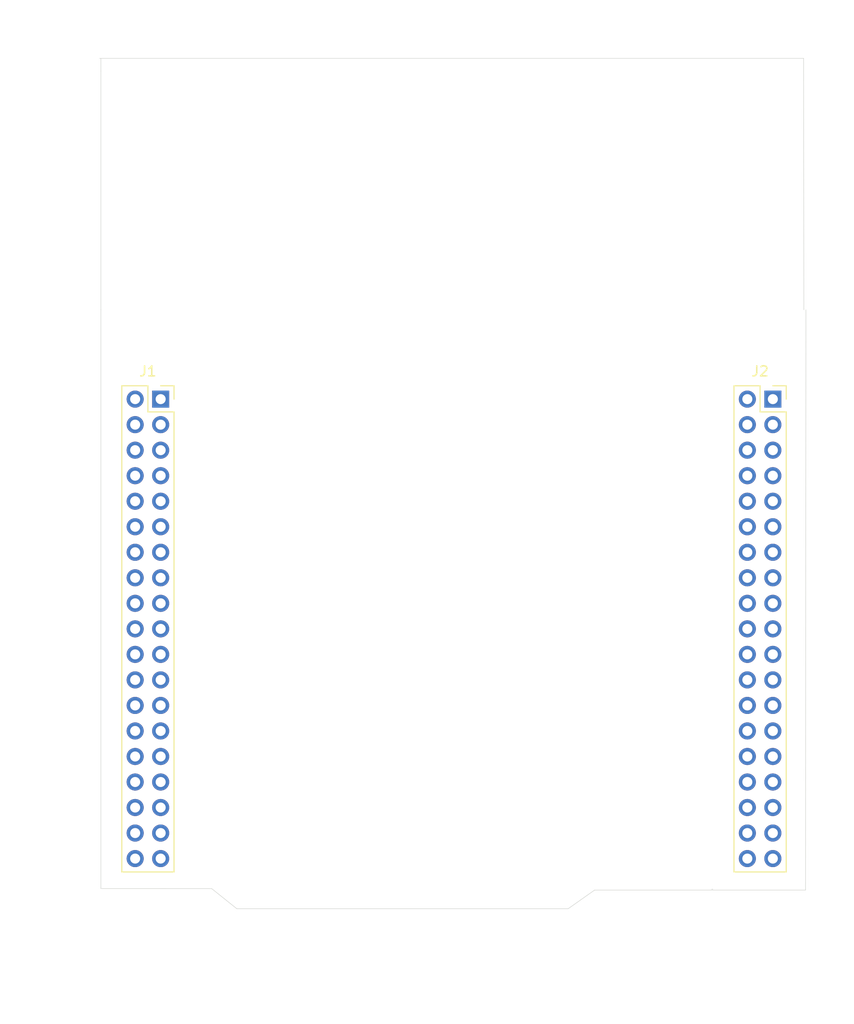
<source format=kicad_pcb>
(kicad_pcb (version 20171130) (host pcbnew 5.1.6+dfsg1-1~bpo10+1)

  (general
    (thickness 1.6)
    (drawings 26)
    (tracks 0)
    (zones 0)
    (modules 2)
    (nets 68)
  )

  (page A4)
  (title_block
    (title "NUCLEO-L412RB-P SHIELD")
    (date "REV 1")
    (company "XTRIKER CNC")
  )

  (layers
    (0 F.Cu signal)
    (31 B.Cu signal)
    (32 B.Adhes user)
    (33 F.Adhes user)
    (34 B.Paste user)
    (35 F.Paste user)
    (36 B.SilkS user)
    (37 F.SilkS user)
    (38 B.Mask user)
    (39 F.Mask user)
    (40 Dwgs.User user)
    (41 Cmts.User user)
    (42 Eco1.User user)
    (43 Eco2.User user)
    (44 Edge.Cuts user)
    (45 Margin user)
    (46 B.CrtYd user)
    (47 F.CrtYd user)
    (48 B.Fab user)
    (49 F.Fab user)
  )

  (setup
    (last_trace_width 0.25)
    (trace_clearance 0.2)
    (zone_clearance 0.508)
    (zone_45_only no)
    (trace_min 0.2)
    (via_size 0.8)
    (via_drill 0.4)
    (via_min_size 0.4)
    (via_min_drill 0.3)
    (uvia_size 0.3)
    (uvia_drill 0.1)
    (uvias_allowed no)
    (uvia_min_size 0.2)
    (uvia_min_drill 0.1)
    (edge_width 0.05)
    (segment_width 0.2)
    (pcb_text_width 0.3)
    (pcb_text_size 1.5 1.5)
    (mod_edge_width 0.12)
    (mod_text_size 1 1)
    (mod_text_width 0.15)
    (pad_size 1.7 1.7)
    (pad_drill 1)
    (pad_to_mask_clearance 0.05)
    (aux_axis_origin 0 0)
    (grid_origin 100 100)
    (visible_elements FFFFFF7F)
    (pcbplotparams
      (layerselection 0x010fc_ffffffff)
      (usegerberextensions false)
      (usegerberattributes true)
      (usegerberadvancedattributes true)
      (creategerberjobfile true)
      (excludeedgelayer true)
      (linewidth 0.100000)
      (plotframeref false)
      (viasonmask false)
      (mode 1)
      (useauxorigin false)
      (hpglpennumber 1)
      (hpglpenspeed 20)
      (hpglpendiameter 15.000000)
      (psnegative false)
      (psa4output false)
      (plotreference true)
      (plotvalue true)
      (plotinvisibletext false)
      (padsonsilk false)
      (subtractmaskfromsilk false)
      (outputformat 1)
      (mirror false)
      (drillshape 1)
      (scaleselection 1)
      (outputdirectory ""))
  )

  (net 0 "")
  (net 1 PC10)
  (net 2 PC12)
  (net 3 VDD)
  (net 4 BOOT0)
  (net 5 NC)
  (net 6 PB12)
  (net 7 PA13)
  (net 8 PA14)
  (net 9 GND)
  (net 10 PC13)
  (net 11 PC14)
  (net 12 PC15)
  (net 13 PH0)
  (net 14 PH1)
  (net 15 VBAT)
  (net 16 PB4)
  (net 17 PB9)
  (net 18 PC11)
  (net 19 PD2)
  (net 20 E5V)
  (net 21 IOREF)
  (net 22 NRST)
  (net 23 3V3)
  (net 24 5V)
  (net 25 VIN)
  (net 26 PA0)
  (net 27 PA1)
  (net 28 PC3)
  (net 29 PC2)
  (net 30 PC1)
  (net 31 PC0)
  (net 32 PA2)
  (net 33 PA3)
  (net 34 PC4)
  (net 35 AGND)
  (net 36 PA4)
  (net 37 PA5)
  (net 38 PA6)
  (net 39 PA7)
  (net 40 PB1)
  (net 41 PB2)
  (net 42 PB11)
  (net 43 PA9)
  (net 44 PA10)
  (net 45 PB0)
  (net 46 5V-STLINK)
  (net 47 PC5)
  (net 48 PC6)
  (net 49 PC8)
  (net 50 PA10_PA3)
  (net 51 PA9_PA2)
  (net 52 PA12)
  (net 53 PB3)
  (net 54 PB5)
  (net 55 PA15)
  (net 56 PB10)
  (net 57 PC7)
  (net 58 PB6)
  (net 59 PA8)
  (net 60 PA11)
  (net 61 PB15)
  (net 62 PB14)
  (net 63 PB13)
  (net 64 AVDD)
  (net 65 PD7)
  (net 66 PB8)
  (net 67 PC9)

  (net_class Default "This is the default net class."
    (clearance 0.2)
    (trace_width 0.25)
    (via_dia 0.8)
    (via_drill 0.4)
    (uvia_dia 0.3)
    (uvia_drill 0.1)
    (add_net 3V3)
    (add_net 5V)
    (add_net 5V-STLINK)
    (add_net AGND)
    (add_net AVDD)
    (add_net BOOT0)
    (add_net E5V)
    (add_net GND)
    (add_net IOREF)
    (add_net NC)
    (add_net NRST)
    (add_net PA0)
    (add_net PA1)
    (add_net PA10)
    (add_net PA10_PA3)
    (add_net PA11)
    (add_net PA12)
    (add_net PA13)
    (add_net PA14)
    (add_net PA15)
    (add_net PA2)
    (add_net PA3)
    (add_net PA4)
    (add_net PA5)
    (add_net PA6)
    (add_net PA7)
    (add_net PA8)
    (add_net PA9)
    (add_net PA9_PA2)
    (add_net PB0)
    (add_net PB1)
    (add_net PB10)
    (add_net PB11)
    (add_net PB12)
    (add_net PB13)
    (add_net PB14)
    (add_net PB15)
    (add_net PB2)
    (add_net PB3)
    (add_net PB4)
    (add_net PB5)
    (add_net PB6)
    (add_net PB8)
    (add_net PB9)
    (add_net PC0)
    (add_net PC1)
    (add_net PC10)
    (add_net PC11)
    (add_net PC12)
    (add_net PC13)
    (add_net PC14)
    (add_net PC15)
    (add_net PC2)
    (add_net PC3)
    (add_net PC4)
    (add_net PC5)
    (add_net PC6)
    (add_net PC7)
    (add_net PC8)
    (add_net PC9)
    (add_net PD2)
    (add_net PD7)
    (add_net PH0)
    (add_net PH1)
    (add_net VBAT)
    (add_net VDD)
    (add_net VIN)
  )

  (module Connector_PinSocket_2.54mm:PinSocket_2x19_P2.54mm_Vertical (layer F.Cu) (tedit 5A19A42E) (tstamp 5F13AA45)
    (at 105.9688 51.308)
    (descr "Through hole straight socket strip, 2x19, 2.54mm pitch, double cols (from Kicad 4.0.7), script generated")
    (tags "Through hole socket strip THT 2x19 2.54mm double row")
    (path /5F14877D)
    (fp_text reference J1 (at -1.27 -2.77) (layer F.SilkS)
      (effects (font (size 1 1) (thickness 0.15)))
    )
    (fp_text value Conn_02x19_Top_Bottom (at -1.27 48.49) (layer F.Fab)
      (effects (font (size 1 1) (thickness 0.15)))
    )
    (fp_line (start -4.34 47.5) (end -4.34 -1.8) (layer F.CrtYd) (width 0.05))
    (fp_line (start 1.76 47.5) (end -4.34 47.5) (layer F.CrtYd) (width 0.05))
    (fp_line (start 1.76 -1.8) (end 1.76 47.5) (layer F.CrtYd) (width 0.05))
    (fp_line (start -4.34 -1.8) (end 1.76 -1.8) (layer F.CrtYd) (width 0.05))
    (fp_line (start 0 -1.33) (end 1.33 -1.33) (layer F.SilkS) (width 0.12))
    (fp_line (start 1.33 -1.33) (end 1.33 0) (layer F.SilkS) (width 0.12))
    (fp_line (start -1.27 -1.33) (end -1.27 1.27) (layer F.SilkS) (width 0.12))
    (fp_line (start -1.27 1.27) (end 1.33 1.27) (layer F.SilkS) (width 0.12))
    (fp_line (start 1.33 1.27) (end 1.33 47.05) (layer F.SilkS) (width 0.12))
    (fp_line (start -3.87 47.05) (end 1.33 47.05) (layer F.SilkS) (width 0.12))
    (fp_line (start -3.87 -1.33) (end -3.87 47.05) (layer F.SilkS) (width 0.12))
    (fp_line (start -3.87 -1.33) (end -1.27 -1.33) (layer F.SilkS) (width 0.12))
    (fp_line (start -3.81 46.99) (end -3.81 -1.27) (layer F.Fab) (width 0.1))
    (fp_line (start 1.27 46.99) (end -3.81 46.99) (layer F.Fab) (width 0.1))
    (fp_line (start 1.27 -0.27) (end 1.27 46.99) (layer F.Fab) (width 0.1))
    (fp_line (start 0.27 -1.27) (end 1.27 -0.27) (layer F.Fab) (width 0.1))
    (fp_line (start -3.81 -1.27) (end 0.27 -1.27) (layer F.Fab) (width 0.1))
    (fp_text user %R (at -1.27 22.86 90) (layer F.Fab)
      (effects (font (size 1 1) (thickness 0.15)))
    )
    (pad 1 thru_hole rect (at 0 0) (size 1.7 1.7) (drill 1) (layers *.Cu *.Mask)
      (net 1 PC10))
    (pad 2 thru_hole oval (at -2.54 0) (size 1.7 1.7) (drill 1) (layers *.Cu *.Mask)
      (net 2 PC12))
    (pad 3 thru_hole oval (at 0 2.54) (size 1.7 1.7) (drill 1) (layers *.Cu *.Mask)
      (net 3 VDD))
    (pad 4 thru_hole oval (at -2.54 2.54) (size 1.7 1.7) (drill 1) (layers *.Cu *.Mask)
      (net 4 BOOT0))
    (pad 5 thru_hole oval (at 0 5.08) (size 1.7 1.7) (drill 1) (layers *.Cu *.Mask)
      (net 5 NC))
    (pad 6 thru_hole oval (at -2.54 5.08) (size 1.7 1.7) (drill 1) (layers *.Cu *.Mask)
      (net 5 NC))
    (pad 7 thru_hole oval (at 0 7.62) (size 1.7 1.7) (drill 1) (layers *.Cu *.Mask)
      (net 6 PB12))
    (pad 8 thru_hole oval (at -2.54 7.62) (size 1.7 1.7) (drill 1) (layers *.Cu *.Mask)
      (net 7 PA13))
    (pad 9 thru_hole oval (at 0 10.16) (size 1.7 1.7) (drill 1) (layers *.Cu *.Mask)
      (net 8 PA14))
    (pad 10 thru_hole oval (at -2.54 10.16) (size 1.7 1.7) (drill 1) (layers *.Cu *.Mask)
      (net 9 GND))
    (pad 11 thru_hole oval (at 0 12.7) (size 1.7 1.7) (drill 1) (layers *.Cu *.Mask)
      (net 5 NC))
    (pad 12 thru_hole oval (at -2.54 12.7) (size 1.7 1.7) (drill 1) (layers *.Cu *.Mask)
      (net 10 PC13))
    (pad 13 thru_hole oval (at 0 15.24) (size 1.7 1.7) (drill 1) (layers *.Cu *.Mask)
      (net 11 PC14))
    (pad 14 thru_hole oval (at -2.54 15.24) (size 1.7 1.7) (drill 1) (layers *.Cu *.Mask)
      (net 12 PC15))
    (pad 15 thru_hole oval (at 0 17.78) (size 1.7 1.7) (drill 1) (layers *.Cu *.Mask)
      (net 13 PH0))
    (pad 16 thru_hole oval (at -2.54 17.78) (size 1.7 1.7) (drill 1) (layers *.Cu *.Mask)
      (net 14 PH1))
    (pad 17 thru_hole oval (at 0 20.32) (size 1.7 1.7) (drill 1) (layers *.Cu *.Mask)
      (net 15 VBAT))
    (pad 18 thru_hole oval (at -2.54 20.32) (size 1.7 1.7) (drill 1) (layers *.Cu *.Mask)
      (net 16 PB4))
    (pad 19 thru_hole oval (at 0 22.86) (size 1.7 1.7) (drill 1) (layers *.Cu *.Mask)
      (net 17 PB9))
    (pad 20 thru_hole oval (at -2.54 22.86) (size 1.7 1.7) (drill 1) (layers *.Cu *.Mask)
      (net 18 PC11))
    (pad 21 thru_hole oval (at 0 25.4) (size 1.7 1.7) (drill 1) (layers *.Cu *.Mask)
      (net 19 PD2))
    (pad 22 thru_hole oval (at -2.54 25.4) (size 1.7 1.7) (drill 1) (layers *.Cu *.Mask)
      (net 20 E5V))
    (pad 23 thru_hole oval (at 0 27.94) (size 1.7 1.7) (drill 1) (layers *.Cu *.Mask)
      (net 9 GND))
    (pad 24 thru_hole oval (at -2.54 27.94) (size 1.7 1.7) (drill 1) (layers *.Cu *.Mask)
      (net 5 NC))
    (pad 25 thru_hole oval (at 0 30.48) (size 1.7 1.7) (drill 1) (layers *.Cu *.Mask)
      (net 21 IOREF))
    (pad 26 thru_hole oval (at -2.54 30.48) (size 1.7 1.7) (drill 1) (layers *.Cu *.Mask)
      (net 22 NRST))
    (pad 27 thru_hole oval (at 0 33.02) (size 1.7 1.7) (drill 1) (layers *.Cu *.Mask)
      (net 23 3V3))
    (pad 28 thru_hole oval (at -2.54 33.02) (size 1.7 1.7) (drill 1) (layers *.Cu *.Mask)
      (net 24 5V))
    (pad 29 thru_hole oval (at 0 35.56) (size 1.7 1.7) (drill 1) (layers *.Cu *.Mask)
      (net 9 GND))
    (pad 30 thru_hole oval (at -2.54 35.56) (size 1.7 1.7) (drill 1) (layers *.Cu *.Mask)
      (net 9 GND))
    (pad 31 thru_hole oval (at 0 38.1) (size 1.7 1.7) (drill 1) (layers *.Cu *.Mask)
      (net 25 VIN))
    (pad 32 thru_hole oval (at -2.54 38.1) (size 1.7 1.7) (drill 1) (layers *.Cu *.Mask)
      (net 5 NC))
    (pad 33 thru_hole oval (at 0 40.64) (size 1.7 1.7) (drill 1) (layers *.Cu *.Mask)
      (net 26 PA0))
    (pad 34 thru_hole oval (at -2.54 40.64) (size 1.7 1.7) (drill 1) (layers *.Cu *.Mask)
      (net 27 PA1))
    (pad 35 thru_hole oval (at 0 43.18) (size 1.7 1.7) (drill 1) (layers *.Cu *.Mask)
      (net 28 PC3))
    (pad 36 thru_hole oval (at -2.54 43.18) (size 1.7 1.7) (drill 1) (layers *.Cu *.Mask)
      (net 29 PC2))
    (pad 37 thru_hole oval (at 0 45.72) (size 1.7 1.7) (drill 1) (layers *.Cu *.Mask)
      (net 30 PC1))
    (pad 38 thru_hole oval (at -2.54 45.72) (size 1.7 1.7) (drill 1) (layers *.Cu *.Mask)
      (net 31 PC0))
    (model ${KISYS3DMOD}/Connector_PinSocket_2.54mm.3dshapes/PinSocket_2x19_P2.54mm_Vertical.wrl
      (at (xyz 0 0 0))
      (scale (xyz 1 1 1))
      (rotate (xyz 0 0 0))
    )
  )

  (module Connector_PinSocket_2.54mm:PinSocket_2x19_P2.54mm_Vertical (layer F.Cu) (tedit 5A19A42E) (tstamp 5F13AA81)
    (at 166.9288 51.308)
    (descr "Through hole straight socket strip, 2x19, 2.54mm pitch, double cols (from Kicad 4.0.7), script generated")
    (tags "Through hole socket strip THT 2x19 2.54mm double row")
    (path /5F14BBF8)
    (fp_text reference J2 (at -1.27 -2.77) (layer F.SilkS)
      (effects (font (size 1 1) (thickness 0.15)))
    )
    (fp_text value Conn_02x19_Top_Bottom (at -1.27 48.49) (layer F.Fab)
      (effects (font (size 1 1) (thickness 0.15)))
    )
    (fp_text user %R (at -1.27 22.86 90) (layer F.Fab)
      (effects (font (size 1 1) (thickness 0.15)))
    )
    (fp_line (start -3.81 -1.27) (end 0.27 -1.27) (layer F.Fab) (width 0.1))
    (fp_line (start 0.27 -1.27) (end 1.27 -0.27) (layer F.Fab) (width 0.1))
    (fp_line (start 1.27 -0.27) (end 1.27 46.99) (layer F.Fab) (width 0.1))
    (fp_line (start 1.27 46.99) (end -3.81 46.99) (layer F.Fab) (width 0.1))
    (fp_line (start -3.81 46.99) (end -3.81 -1.27) (layer F.Fab) (width 0.1))
    (fp_line (start -3.87 -1.33) (end -1.27 -1.33) (layer F.SilkS) (width 0.12))
    (fp_line (start -3.87 -1.33) (end -3.87 47.05) (layer F.SilkS) (width 0.12))
    (fp_line (start -3.87 47.05) (end 1.33 47.05) (layer F.SilkS) (width 0.12))
    (fp_line (start 1.33 1.27) (end 1.33 47.05) (layer F.SilkS) (width 0.12))
    (fp_line (start -1.27 1.27) (end 1.33 1.27) (layer F.SilkS) (width 0.12))
    (fp_line (start -1.27 -1.33) (end -1.27 1.27) (layer F.SilkS) (width 0.12))
    (fp_line (start 1.33 -1.33) (end 1.33 0) (layer F.SilkS) (width 0.12))
    (fp_line (start 0 -1.33) (end 1.33 -1.33) (layer F.SilkS) (width 0.12))
    (fp_line (start -4.34 -1.8) (end 1.76 -1.8) (layer F.CrtYd) (width 0.05))
    (fp_line (start 1.76 -1.8) (end 1.76 47.5) (layer F.CrtYd) (width 0.05))
    (fp_line (start 1.76 47.5) (end -4.34 47.5) (layer F.CrtYd) (width 0.05))
    (fp_line (start -4.34 47.5) (end -4.34 -1.8) (layer F.CrtYd) (width 0.05))
    (pad 38 thru_hole oval (at -2.54 45.72) (size 1.7 1.7) (drill 1) (layers *.Cu *.Mask)
      (net 32 PA2))
    (pad 37 thru_hole oval (at 0 45.72) (size 1.7 1.7) (drill 1) (layers *.Cu *.Mask)
      (net 33 PA3))
    (pad 36 thru_hole oval (at -2.54 43.18) (size 1.7 1.7) (drill 1) (layers *.Cu *.Mask)
      (net 34 PC4))
    (pad 35 thru_hole oval (at 0 43.18) (size 1.7 1.7) (drill 1) (layers *.Cu *.Mask)
      (net 35 AGND))
    (pad 34 thru_hole oval (at -2.54 40.64) (size 1.7 1.7) (drill 1) (layers *.Cu *.Mask)
      (net 36 PA4))
    (pad 33 thru_hole oval (at 0 40.64) (size 1.7 1.7) (drill 1) (layers *.Cu *.Mask)
      (net 37 PA5))
    (pad 32 thru_hole oval (at -2.54 38.1) (size 1.7 1.7) (drill 1) (layers *.Cu *.Mask)
      (net 38 PA6))
    (pad 31 thru_hole oval (at 0 38.1) (size 1.7 1.7) (drill 1) (layers *.Cu *.Mask)
      (net 39 PA7))
    (pad 30 thru_hole oval (at -2.54 35.56) (size 1.7 1.7) (drill 1) (layers *.Cu *.Mask)
      (net 40 PB1))
    (pad 29 thru_hole oval (at 0 35.56) (size 1.7 1.7) (drill 1) (layers *.Cu *.Mask)
      (net 9 GND))
    (pad 28 thru_hole oval (at -2.54 33.02) (size 1.7 1.7) (drill 1) (layers *.Cu *.Mask)
      (net 41 PB2))
    (pad 27 thru_hole oval (at 0 33.02) (size 1.7 1.7) (drill 1) (layers *.Cu *.Mask)
      (net 42 PB11))
    (pad 26 thru_hole oval (at -2.54 30.48) (size 1.7 1.7) (drill 1) (layers *.Cu *.Mask)
      (net 43 PA9))
    (pad 25 thru_hole oval (at 0 30.48) (size 1.7 1.7) (drill 1) (layers *.Cu *.Mask)
      (net 44 PA10))
    (pad 24 thru_hole oval (at -2.54 27.94) (size 1.7 1.7) (drill 1) (layers *.Cu *.Mask)
      (net 45 PB0))
    (pad 23 thru_hole oval (at 0 27.94) (size 1.7 1.7) (drill 1) (layers *.Cu *.Mask)
      (net 46 5V-STLINK))
    (pad 22 thru_hole oval (at -2.54 25.4) (size 1.7 1.7) (drill 1) (layers *.Cu *.Mask)
      (net 47 PC5))
    (pad 21 thru_hole oval (at 0 25.4) (size 1.7 1.7) (drill 1) (layers *.Cu *.Mask)
      (net 48 PC6))
    (pad 20 thru_hole oval (at -2.54 22.86) (size 1.7 1.7) (drill 1) (layers *.Cu *.Mask)
      (net 49 PC8))
    (pad 19 thru_hole oval (at 0 22.86) (size 1.7 1.7) (drill 1) (layers *.Cu *.Mask)
      (net 50 PA10_PA3))
    (pad 18 thru_hole oval (at -2.54 20.32) (size 1.7 1.7) (drill 1) (layers *.Cu *.Mask)
      (net 51 PA9_PA2))
    (pad 17 thru_hole oval (at 0 20.32) (size 1.7 1.7) (drill 1) (layers *.Cu *.Mask)
      (net 52 PA12))
    (pad 16 thru_hole oval (at -2.54 17.78) (size 1.7 1.7) (drill 1) (layers *.Cu *.Mask)
      (net 53 PB3))
    (pad 15 thru_hole oval (at 0 17.78) (size 1.7 1.7) (drill 1) (layers *.Cu *.Mask)
      (net 54 PB5))
    (pad 14 thru_hole oval (at -2.54 15.24) (size 1.7 1.7) (drill 1) (layers *.Cu *.Mask)
      (net 55 PA15))
    (pad 13 thru_hole oval (at 0 15.24) (size 1.7 1.7) (drill 1) (layers *.Cu *.Mask)
      (net 56 PB10))
    (pad 12 thru_hole oval (at -2.54 12.7) (size 1.7 1.7) (drill 1) (layers *.Cu *.Mask)
      (net 57 PC7))
    (pad 11 thru_hole oval (at 0 12.7) (size 1.7 1.7) (drill 1) (layers *.Cu *.Mask)
      (net 58 PB6))
    (pad 10 thru_hole oval (at -2.54 10.16) (size 1.7 1.7) (drill 1) (layers *.Cu *.Mask)
      (net 59 PA8))
    (pad 9 thru_hole oval (at 0 10.16) (size 1.7 1.7) (drill 1) (layers *.Cu *.Mask)
      (net 60 PA11))
    (pad 8 thru_hole oval (at -2.54 7.62) (size 1.7 1.7) (drill 1) (layers *.Cu *.Mask)
      (net 61 PB15))
    (pad 7 thru_hole oval (at 0 7.62) (size 1.7 1.7) (drill 1) (layers *.Cu *.Mask)
      (net 62 PB14))
    (pad 6 thru_hole oval (at -2.54 5.08) (size 1.7 1.7) (drill 1) (layers *.Cu *.Mask)
      (net 63 PB13))
    (pad 5 thru_hole oval (at 0 5.08) (size 1.7 1.7) (drill 1) (layers *.Cu *.Mask)
      (net 9 GND))
    (pad 4 thru_hole oval (at -2.54 2.54) (size 1.7 1.7) (drill 1) (layers *.Cu *.Mask)
      (net 64 AVDD))
    (pad 3 thru_hole oval (at 0 2.54) (size 1.7 1.7) (drill 1) (layers *.Cu *.Mask)
      (net 65 PD7))
    (pad 2 thru_hole oval (at -2.54 0) (size 1.7 1.7) (drill 1) (layers *.Cu *.Mask)
      (net 66 PB8))
    (pad 1 thru_hole rect (at 0 0) (size 1.7 1.7) (drill 1) (layers *.Cu *.Mask)
      (net 67 PC9))
    (model ${KISYS3DMOD}/Connector_PinSocket_2.54mm.3dshapes/PinSocket_2x19_P2.54mm_Vertical.wrl
      (at (xyz 0 0 0))
      (scale (xyz 1 1 1))
      (rotate (xyz 0 0 0))
    )
  )

  (gr_line (start 100.0158 99.949) (end 100.0252 100.0125) (layer Edge.Cuts) (width 0.05) (tstamp 5F13B42A))
  (gr_line (start 111.0488 100.0153) (end 100.0252 100.0125) (layer Edge.Cuts) (width 0.05))
  (gr_line (start 170.18 100.1649) (end 170.1833 100.076) (layer Edge.Cuts) (width 0.05) (tstamp 5F13B424))
  (gr_line (start 149.1742 100.1649) (end 170.18 100.1649) (layer Edge.Cuts) (width 0.05))
  (gr_line (start 146.5488 102.0153) (end 149.1742 100.1649) (layer Edge.Cuts) (width 0.05))
  (dimension 2.54 (width 0.15) (layer Dwgs.User)
    (gr_text "2.540 mm" (at 147.8788 105.9353) (layer Dwgs.User)
      (effects (font (size 1 1) (thickness 0.15)))
    )
    (feature1 (pts (xy 149.1488 102.0953) (xy 149.1488 105.221721)))
    (feature2 (pts (xy 146.6088 102.0953) (xy 146.6088 105.221721)))
    (crossbar (pts (xy 146.6088 104.6353) (xy 149.1488 104.6353)))
    (arrow1a (pts (xy 149.1488 104.6353) (xy 148.022296 105.221721)))
    (arrow1b (pts (xy 149.1488 104.6353) (xy 148.022296 104.048879)))
    (arrow2a (pts (xy 146.6088 104.6353) (xy 147.735304 105.221721)))
    (arrow2b (pts (xy 146.6088 104.6353) (xy 147.735304 104.048879)))
  )
  (gr_line (start 113.5488 102.0153) (end 146.5488 102.0153) (layer Edge.Cuts) (width 0.05))
  (dimension 33 (width 0.15) (layer Dwgs.User)
    (gr_text "33.000 mm" (at 130.0488 94.7153) (layer Dwgs.User)
      (effects (font (size 1 1) (thickness 0.15)))
    )
    (feature1 (pts (xy 146.5488 102.0153) (xy 146.5488 95.428879)))
    (feature2 (pts (xy 113.5488 102.0153) (xy 113.5488 95.428879)))
    (crossbar (pts (xy 113.5488 96.0153) (xy 146.5488 96.0153)))
    (arrow1a (pts (xy 146.5488 96.0153) (xy 145.422296 96.601721)))
    (arrow1b (pts (xy 146.5488 96.0153) (xy 145.422296 95.428879)))
    (arrow2a (pts (xy 113.5488 96.0153) (xy 114.675304 96.601721)))
    (arrow2b (pts (xy 113.5488 96.0153) (xy 114.675304 95.428879)))
  )
  (gr_line (start 111.0488 100.0153) (end 113.5488 102.0153) (layer Edge.Cuts) (width 0.05))
  (dimension 2.540032 (width 0.15) (layer Dwgs.User)
    (gr_text "2.540 mm" (at 112.376099 108.48138 0.2864765103) (layer Dwgs.User)
      (effects (font (size 1 1) (thickness 0.15)))
    )
    (feature1 (pts (xy 113.5888 97.0153) (xy 113.642531 107.761459)))
    (feature2 (pts (xy 111.0488 97.028) (xy 111.102531 107.774159)))
    (crossbar (pts (xy 111.099599 107.187746) (xy 113.639599 107.175046)))
    (arrow1a (pts (xy 113.639599 107.175046) (xy 112.516041 107.767092)))
    (arrow1b (pts (xy 113.639599 107.175046) (xy 112.510177 106.594265)))
    (arrow2a (pts (xy 111.099599 107.187746) (xy 112.229021 107.768527)))
    (arrow2b (pts (xy 111.099599 107.187746) (xy 112.223157 106.5957)))
  )
  (dimension 3.048042 (width 0.15) (layer Dwgs.User)
    (gr_text "3.048 mm" (at 95.91799 98.591469 270.3007625) (layer Dwgs.User)
      (effects (font (size 1 1) (thickness 0.15)))
    )
    (feature1 (pts (xy 103.4448 100.076) (xy 96.639559 100.111723)))
    (feature2 (pts (xy 103.4288 97.028) (xy 96.623559 97.063723)))
    (crossbar (pts (xy 97.209972 97.060645) (xy 97.225972 100.108645)))
    (arrow1a (pts (xy 97.225972 100.108645) (xy 96.633646 98.985235)))
    (arrow1b (pts (xy 97.225972 100.108645) (xy 97.806471 98.979078)))
    (arrow2a (pts (xy 97.209972 97.060645) (xy 96.629473 98.190212)))
    (arrow2b (pts (xy 97.209972 97.060645) (xy 97.802298 98.184055)))
  )
  (gr_line (start 169.9928 17.399) (end 170.0158 42.418) (layer Edge.Cuts) (width 0.05) (tstamp 5F13B40B))
  (gr_line (start 99.8888 17.399) (end 169.9928 17.399) (layer Edge.Cuts) (width 0.05))
  (gr_line (start 100.0158 17.399) (end 100.0158 18.669) (layer Edge.Cuts) (width 0.05) (tstamp 5F13B408))
  (gr_line (start 100.0158 42.418) (end 100.0158 18.669) (layer Edge.Cuts) (width 0.05))
  (dimension 82.5 (width 0.15) (layer Dwgs.User)
    (gr_text "82.500 mm" (at 93.6358 58.699 90) (layer Dwgs.User)
      (effects (font (size 1 1) (thickness 0.15)))
    )
    (feature1 (pts (xy 100.0158 17.449) (xy 94.349379 17.449)))
    (feature2 (pts (xy 100.0158 99.949) (xy 94.349379 99.949)))
    (crossbar (pts (xy 94.9358 99.949) (xy 94.9358 17.449)))
    (arrow1a (pts (xy 94.9358 17.449) (xy 95.522221 18.575504)))
    (arrow1b (pts (xy 94.9358 17.449) (xy 94.349379 18.575504)))
    (arrow2a (pts (xy 94.9358 99.949) (xy 95.522221 98.822496)))
    (arrow2b (pts (xy 94.9358 99.949) (xy 94.349379 98.822496)))
  )
  (gr_line (start 170.2223 42.418) (end 170.1833 100.076) (layer Edge.Cuts) (width 0.05) (tstamp 5F13B3FB))
  (dimension 70 (width 0.15) (layer Dwgs.User)
    (gr_text "70.000 mm" (at 135.0158 12.289) (layer Dwgs.User)
      (effects (font (size 1 1) (thickness 0.15)))
    )
    (feature1 (pts (xy 170.0158 16.129) (xy 170.0158 13.002579)))
    (feature2 (pts (xy 100.0158 16.129) (xy 100.0158 13.002579)))
    (crossbar (pts (xy 100.0158 13.589) (xy 170.0158 13.589)))
    (arrow1a (pts (xy 170.0158 13.589) (xy 168.889296 14.175421)))
    (arrow1b (pts (xy 170.0158 13.589) (xy 168.889296 13.002579)))
    (arrow2a (pts (xy 100.0158 13.589) (xy 101.142304 14.175421)))
    (arrow2b (pts (xy 100.0158 13.589) (xy 101.142304 13.002579)))
  )
  (dimension 10.87 (width 0.15) (layer Dwgs.User)
    (gr_text "10.870 mm" (at 164.7438 108.488) (layer Dwgs.User)
      (effects (font (size 1 1) (thickness 0.15)))
    )
    (feature1 (pts (xy 170.1788 97.028) (xy 170.1788 107.774421)))
    (feature2 (pts (xy 159.3088 97.028) (xy 159.3088 107.774421)))
    (crossbar (pts (xy 159.3088 107.188) (xy 170.1788 107.188)))
    (arrow1a (pts (xy 170.1788 107.188) (xy 169.052296 107.774421)))
    (arrow1b (pts (xy 170.1788 107.188) (xy 169.052296 106.601579)))
    (arrow2a (pts (xy 159.3088 107.188) (xy 160.435304 107.774421)))
    (arrow2b (pts (xy 159.3088 107.188) (xy 160.435304 106.601579)))
  )
  (dimension 5.080016 (width 0.15) (layer Dwgs.User)
    (gr_text "5.080 mm" (at 161.817613 43.906994 0.1432391504) (layer Dwgs.User)
      (effects (font (size 1 1) (thickness 0.15)))
    )
    (feature1 (pts (xy 164.3888 56.3753) (xy 164.359397 44.614221)))
    (feature2 (pts (xy 159.3088 56.388) (xy 159.279397 44.626921)))
    (crossbar (pts (xy 159.280863 45.21334) (xy 164.360863 45.20064)))
    (arrow1a (pts (xy 164.360863 45.20064) (xy 163.235829 45.789875)))
    (arrow1b (pts (xy 164.360863 45.20064) (xy 163.232897 44.617037)))
    (arrow2a (pts (xy 159.280863 45.21334) (xy 160.408829 45.796943)))
    (arrow2b (pts (xy 159.280863 45.21334) (xy 160.405897 44.624105)))
  )
  (dimension 48.260015 (width 0.15) (layer Dwgs.User)
    (gr_text "48.260 mm" (at 135.173763 103.376246 359.9547665) (layer Dwgs.User)
      (effects (font (size 1 1) (thickness 0.15)))
    )
    (feature1 (pts (xy 159.3088 97.0153) (xy 159.304327 102.681717)))
    (feature2 (pts (xy 111.0488 96.9772) (xy 111.044327 102.643617)))
    (crossbar (pts (xy 111.044789 102.057196) (xy 159.304789 102.095296)))
    (arrow1a (pts (xy 159.304789 102.095296) (xy 158.177823 102.680827)))
    (arrow1b (pts (xy 159.304789 102.095296) (xy 158.178749 101.507986)))
    (arrow2a (pts (xy 111.044789 102.057196) (xy 112.170829 102.644506)))
    (arrow2b (pts (xy 111.044789 102.057196) (xy 112.171755 101.471665)))
  )
  (dimension 10.8712 (width 0.15) (layer Dwgs.User)
    (gr_text "10.871 mm" (at 105.6132 114.1268) (layer Dwgs.User)
      (effects (font (size 1 1) (thickness 0.15)))
    )
    (feature1 (pts (xy 100.1776 96.9772) (xy 100.1776 113.413221)))
    (feature2 (pts (xy 111.0488 96.9772) (xy 111.0488 113.413221)))
    (crossbar (pts (xy 111.0488 112.8268) (xy 100.1776 112.8268)))
    (arrow1a (pts (xy 100.1776 112.8268) (xy 101.304104 112.240379)))
    (arrow1b (pts (xy 100.1776 112.8268) (xy 101.304104 113.413221)))
    (arrow2a (pts (xy 111.0488 112.8268) (xy 109.922296 112.240379)))
    (arrow2b (pts (xy 111.0488 112.8268) (xy 109.922296 113.413221)))
  )
  (dimension 5.08 (width 0.15) (layer Dwgs.User)
    (gr_text "5.080 mm" (at 108.5088 105.948) (layer Dwgs.User)
      (effects (font (size 1 1) (thickness 0.15)))
    )
    (feature1 (pts (xy 111.0488 97.028) (xy 111.0488 105.234421)))
    (feature2 (pts (xy 105.9688 97.028) (xy 105.9688 105.234421)))
    (crossbar (pts (xy 105.9688 104.648) (xy 111.0488 104.648)))
    (arrow1a (pts (xy 111.0488 104.648) (xy 109.922296 105.234421)))
    (arrow1b (pts (xy 111.0488 104.648) (xy 109.922296 104.061579)))
    (arrow2a (pts (xy 105.9688 104.648) (xy 107.095304 105.234421)))
    (arrow2b (pts (xy 105.9688 104.648) (xy 107.095304 104.061579)))
  )
  (dimension 63.5 (width 0.15) (layer Dwgs.User)
    (gr_text "63.500 mm" (at 135.1788 111.663) (layer Dwgs.User)
      (effects (font (size 1 1) (thickness 0.15)))
    )
    (feature1 (pts (xy 166.9288 97.028) (xy 166.9288 110.949421)))
    (feature2 (pts (xy 103.4288 97.028) (xy 103.4288 110.949421)))
    (crossbar (pts (xy 103.4288 110.363) (xy 166.9288 110.363)))
    (arrow1a (pts (xy 166.9288 110.363) (xy 165.802296 110.949421)))
    (arrow1b (pts (xy 166.9288 110.363) (xy 165.802296 109.776579)))
    (arrow2a (pts (xy 103.4288 110.363) (xy 104.555304 110.949421)))
    (arrow2b (pts (xy 103.4288 110.363) (xy 104.555304 109.776579)))
  )
  (gr_line (start 160.9598 100.076) (end 160.8328 100.076) (layer Edge.Cuts) (width 0.05) (tstamp 5F13282E))
  (gr_line (start 100.0158 42.418) (end 100.0158 99.949) (layer Edge.Cuts) (width 0.05))

)

</source>
